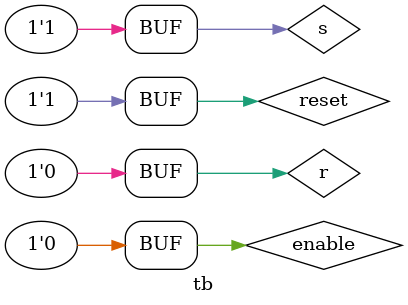
<source format=v>
`timescale 1ns / 1ps


module tb;
wire q;
wire nq;

reg s;
reg r;
reg enable;
reg reset;
SR_Latch sr1 (s,r,enable,reset,q,nq);
initial
    begin
    enable = 1'b1;
    reset = 1'b0;
    s = 1'b0;
    r = 1'b1;
    #10;
    enable = 1'b1;
    reset = 1'b0;
    s = 1'b0;
    r = 1'b0;
    #10;
    enable = 1'b1;
    reset = 1'b0;
    s = 1'b1;
    r = 1'b0;
    #10;
    enable = 1'b1;
    reset = 1'b0;
    s = 1'b1;
    r = 1'b1;
    #10;
    enable = 1'b0;
    reset = 1'b1;
    s = 1'b1;
    r = 1'b0;
    #10;
    end   
endmodule

</source>
